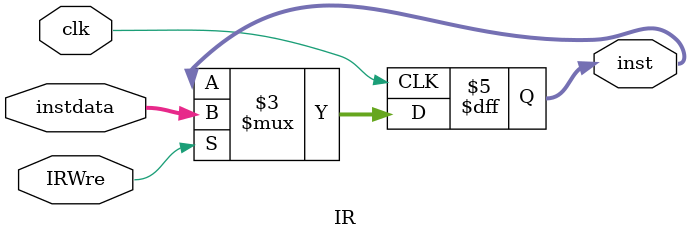
<source format=v>
`timescale 1ns / 1ps
module IR(
    input clk,
    input IRWre,
    input [31:0] instdata,
    output reg [31:0] inst
    );
    initial begin
        inst <= 0;
    end
    always @(posedge clk) begin
        if(IRWre) inst <= instdata;
    end
endmodule

</source>
